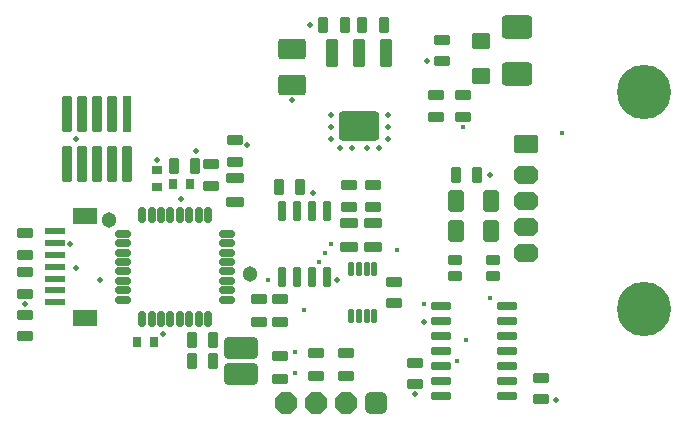
<source format=gts>
G04 Layer_Color=8388736*
%FSLAX25Y25*%
%MOIN*%
G70*
G01*
G75*
G04:AMPARAMS|DCode=43|XSize=53.21mil|YSize=31.56mil|CornerRadius=4.76mil|HoleSize=0mil|Usage=FLASHONLY|Rotation=180.000|XOffset=0mil|YOffset=0mil|HoleType=Round|Shape=RoundedRectangle|*
%AMROUNDEDRECTD43*
21,1,0.05321,0.02205,0,0,180.0*
21,1,0.04370,0.03156,0,0,180.0*
1,1,0.00951,-0.02185,0.01102*
1,1,0.00951,0.02185,0.01102*
1,1,0.00951,0.02185,-0.01102*
1,1,0.00951,-0.02185,-0.01102*
%
%ADD43ROUNDEDRECTD43*%
G04:AMPARAMS|DCode=44|XSize=59.12mil|YSize=55.18mil|CornerRadius=7.12mil|HoleSize=0mil|Usage=FLASHONLY|Rotation=0.000|XOffset=0mil|YOffset=0mil|HoleType=Round|Shape=RoundedRectangle|*
%AMROUNDEDRECTD44*
21,1,0.05912,0.04095,0,0,0.0*
21,1,0.04488,0.05518,0,0,0.0*
1,1,0.01424,0.02244,-0.02047*
1,1,0.01424,-0.02244,-0.02047*
1,1,0.01424,-0.02244,0.02047*
1,1,0.01424,0.02244,0.02047*
%
%ADD44ROUNDEDRECTD44*%
G04:AMPARAMS|DCode=45|XSize=53.21mil|YSize=35.5mil|CornerRadius=5.15mil|HoleSize=0mil|Usage=FLASHONLY|Rotation=180.000|XOffset=0mil|YOffset=0mil|HoleType=Round|Shape=RoundedRectangle|*
%AMROUNDEDRECTD45*
21,1,0.05321,0.02520,0,0,180.0*
21,1,0.04291,0.03550,0,0,180.0*
1,1,0.01030,-0.02146,0.01260*
1,1,0.01030,0.02146,0.01260*
1,1,0.01030,0.02146,-0.01260*
1,1,0.01030,-0.02146,-0.01260*
%
%ADD45ROUNDEDRECTD45*%
%ADD46R,0.03156X0.12211*%
G04:AMPARAMS|DCode=47|XSize=31.56mil|YSize=122.11mil|CornerRadius=6.13mil|HoleSize=0mil|Usage=FLASHONLY|Rotation=180.000|XOffset=0mil|YOffset=0mil|HoleType=Round|Shape=RoundedRectangle|*
%AMROUNDEDRECTD47*
21,1,0.03156,0.10984,0,0,180.0*
21,1,0.01929,0.12211,0,0,180.0*
1,1,0.01227,-0.00965,0.05492*
1,1,0.01227,0.00965,0.05492*
1,1,0.01227,0.00965,-0.05492*
1,1,0.01227,-0.00965,-0.05492*
%
%ADD47ROUNDEDRECTD47*%
G04:AMPARAMS|DCode=48|XSize=41.4mil|YSize=90.61mil|CornerRadius=5.74mil|HoleSize=0mil|Usage=FLASHONLY|Rotation=0.000|XOffset=0mil|YOffset=0mil|HoleType=Round|Shape=RoundedRectangle|*
%AMROUNDEDRECTD48*
21,1,0.04140,0.07913,0,0,0.0*
21,1,0.02992,0.09061,0,0,0.0*
1,1,0.01148,0.01496,-0.03957*
1,1,0.01148,-0.01496,-0.03957*
1,1,0.01148,-0.01496,0.03957*
1,1,0.01148,0.01496,0.03957*
%
%ADD48ROUNDEDRECTD48*%
G04:AMPARAMS|DCode=49|XSize=133.92mil|YSize=98.49mil|CornerRadius=11.45mil|HoleSize=0mil|Usage=FLASHONLY|Rotation=0.000|XOffset=0mil|YOffset=0mil|HoleType=Round|Shape=RoundedRectangle|*
%AMROUNDEDRECTD49*
21,1,0.13392,0.07559,0,0,0.0*
21,1,0.11102,0.09849,0,0,0.0*
1,1,0.02290,0.05551,-0.03780*
1,1,0.02290,-0.05551,-0.03780*
1,1,0.02290,-0.05551,0.03780*
1,1,0.02290,0.05551,0.03780*
%
%ADD49ROUNDEDRECTD49*%
G04:AMPARAMS|DCode=50|XSize=94.55mil|YSize=68.96mil|CornerRadius=11.74mil|HoleSize=0mil|Usage=FLASHONLY|Rotation=0.000|XOffset=0mil|YOffset=0mil|HoleType=Round|Shape=RoundedRectangle|*
%AMROUNDEDRECTD50*
21,1,0.09455,0.04547,0,0,0.0*
21,1,0.07106,0.06896,0,0,0.0*
1,1,0.02349,0.03553,-0.02274*
1,1,0.02349,-0.03553,-0.02274*
1,1,0.02349,-0.03553,0.02274*
1,1,0.02349,0.03553,0.02274*
%
%ADD50ROUNDEDRECTD50*%
G04:AMPARAMS|DCode=51|XSize=53.21mil|YSize=31.56mil|CornerRadius=4.76mil|HoleSize=0mil|Usage=FLASHONLY|Rotation=90.000|XOffset=0mil|YOffset=0mil|HoleType=Round|Shape=RoundedRectangle|*
%AMROUNDEDRECTD51*
21,1,0.05321,0.02205,0,0,90.0*
21,1,0.04370,0.03156,0,0,90.0*
1,1,0.00951,0.01102,0.02185*
1,1,0.00951,0.01102,-0.02185*
1,1,0.00951,-0.01102,-0.02185*
1,1,0.00951,-0.01102,0.02185*
%
%ADD51ROUNDEDRECTD51*%
G04:AMPARAMS|DCode=52|XSize=78.8mil|YSize=102.43mil|CornerRadius=13.22mil|HoleSize=0mil|Usage=FLASHONLY|Rotation=270.000|XOffset=0mil|YOffset=0mil|HoleType=Round|Shape=RoundedRectangle|*
%AMROUNDEDRECTD52*
21,1,0.07880,0.07598,0,0,270.0*
21,1,0.05236,0.10243,0,0,270.0*
1,1,0.02644,-0.03799,-0.02618*
1,1,0.02644,-0.03799,0.02618*
1,1,0.02644,0.03799,0.02618*
1,1,0.02644,0.03799,-0.02618*
%
%ADD52ROUNDEDRECTD52*%
G04:AMPARAMS|DCode=53|XSize=23.68mil|YSize=55.18mil|CornerRadius=6.92mil|HoleSize=0mil|Usage=FLASHONLY|Rotation=0.000|XOffset=0mil|YOffset=0mil|HoleType=Round|Shape=RoundedRectangle|*
%AMROUNDEDRECTD53*
21,1,0.02368,0.04134,0,0,0.0*
21,1,0.00984,0.05518,0,0,0.0*
1,1,0.01384,0.00492,-0.02067*
1,1,0.01384,-0.00492,-0.02067*
1,1,0.01384,-0.00492,0.02067*
1,1,0.01384,0.00492,0.02067*
%
%ADD53ROUNDEDRECTD53*%
G04:AMPARAMS|DCode=54|XSize=23.68mil|YSize=55.18mil|CornerRadius=6.92mil|HoleSize=0mil|Usage=FLASHONLY|Rotation=90.000|XOffset=0mil|YOffset=0mil|HoleType=Round|Shape=RoundedRectangle|*
%AMROUNDEDRECTD54*
21,1,0.02368,0.04134,0,0,90.0*
21,1,0.00984,0.05518,0,0,90.0*
1,1,0.01384,0.02067,0.00492*
1,1,0.01384,0.02067,-0.00492*
1,1,0.01384,-0.02067,-0.00492*
1,1,0.01384,-0.02067,0.00492*
%
%ADD54ROUNDEDRECTD54*%
G04:AMPARAMS|DCode=55|XSize=53.21mil|YSize=35.5mil|CornerRadius=5.15mil|HoleSize=0mil|Usage=FLASHONLY|Rotation=270.000|XOffset=0mil|YOffset=0mil|HoleType=Round|Shape=RoundedRectangle|*
%AMROUNDEDRECTD55*
21,1,0.05321,0.02520,0,0,270.0*
21,1,0.04291,0.03550,0,0,270.0*
1,1,0.01030,-0.01260,-0.02146*
1,1,0.01030,-0.01260,0.02146*
1,1,0.01030,0.01260,0.02146*
1,1,0.01030,0.01260,-0.02146*
%
%ADD55ROUNDEDRECTD55*%
G04:AMPARAMS|DCode=56|XSize=110.3mil|YSize=70.93mil|CornerRadius=8.69mil|HoleSize=0mil|Usage=FLASHONLY|Rotation=0.000|XOffset=0mil|YOffset=0mil|HoleType=Round|Shape=RoundedRectangle|*
%AMROUNDEDRECTD56*
21,1,0.11030,0.05354,0,0,0.0*
21,1,0.09291,0.07093,0,0,0.0*
1,1,0.01739,0.04646,-0.02677*
1,1,0.01739,-0.04646,-0.02677*
1,1,0.01739,-0.04646,0.02677*
1,1,0.01739,0.04646,0.02677*
%
%ADD56ROUNDEDRECTD56*%
G04:AMPARAMS|DCode=57|XSize=35.5mil|YSize=29.59mil|CornerRadius=8.4mil|HoleSize=0mil|Usage=FLASHONLY|Rotation=0.000|XOffset=0mil|YOffset=0mil|HoleType=Round|Shape=RoundedRectangle|*
%AMROUNDEDRECTD57*
21,1,0.03550,0.01279,0,0,0.0*
21,1,0.01870,0.02959,0,0,0.0*
1,1,0.01680,0.00935,-0.00640*
1,1,0.01680,-0.00935,-0.00640*
1,1,0.01680,-0.00935,0.00640*
1,1,0.01680,0.00935,0.00640*
%
%ADD57ROUNDEDRECTD57*%
G04:AMPARAMS|DCode=58|XSize=27.62mil|YSize=66.99mil|CornerRadius=4.36mil|HoleSize=0mil|Usage=FLASHONLY|Rotation=180.000|XOffset=0mil|YOffset=0mil|HoleType=Round|Shape=RoundedRectangle|*
%AMROUNDEDRECTD58*
21,1,0.02762,0.05827,0,0,180.0*
21,1,0.01890,0.06699,0,0,180.0*
1,1,0.00872,-0.00945,0.02913*
1,1,0.00872,0.00945,0.02913*
1,1,0.00872,0.00945,-0.02913*
1,1,0.00872,-0.00945,-0.02913*
%
%ADD58ROUNDEDRECTD58*%
G04:AMPARAMS|DCode=59|XSize=35.5mil|YSize=29.59mil|CornerRadius=8.4mil|HoleSize=0mil|Usage=FLASHONLY|Rotation=270.000|XOffset=0mil|YOffset=0mil|HoleType=Round|Shape=RoundedRectangle|*
%AMROUNDEDRECTD59*
21,1,0.03550,0.01279,0,0,270.0*
21,1,0.01870,0.02959,0,0,270.0*
1,1,0.01680,-0.00640,-0.00935*
1,1,0.01680,-0.00640,0.00935*
1,1,0.01680,0.00640,0.00935*
1,1,0.01680,0.00640,-0.00935*
%
%ADD59ROUNDEDRECTD59*%
G04:AMPARAMS|DCode=60|XSize=59.12mil|YSize=35.5mil|CornerRadius=5.15mil|HoleSize=0mil|Usage=FLASHONLY|Rotation=0.000|XOffset=0mil|YOffset=0mil|HoleType=Round|Shape=RoundedRectangle|*
%AMROUNDEDRECTD60*
21,1,0.05912,0.02520,0,0,0.0*
21,1,0.04882,0.03550,0,0,0.0*
1,1,0.01030,0.02441,-0.01260*
1,1,0.01030,-0.02441,-0.01260*
1,1,0.01030,-0.02441,0.01260*
1,1,0.01030,0.02441,0.01260*
%
%ADD60ROUNDEDRECTD60*%
%ADD61R,0.06699X0.02368*%
%ADD62R,0.07880X0.05518*%
G04:AMPARAMS|DCode=63|XSize=19.75mil|YSize=43.37mil|CornerRadius=4.36mil|HoleSize=0mil|Usage=FLASHONLY|Rotation=0.000|XOffset=0mil|YOffset=0mil|HoleType=Round|Shape=RoundedRectangle|*
%AMROUNDEDRECTD63*
21,1,0.01975,0.03465,0,0,0.0*
21,1,0.01102,0.04337,0,0,0.0*
1,1,0.00872,0.00551,-0.01732*
1,1,0.00872,-0.00551,-0.01732*
1,1,0.00872,-0.00551,0.01732*
1,1,0.00872,0.00551,0.01732*
%
%ADD63ROUNDEDRECTD63*%
G04:AMPARAMS|DCode=64|XSize=27.62mil|YSize=66.99mil|CornerRadius=4.36mil|HoleSize=0mil|Usage=FLASHONLY|Rotation=90.000|XOffset=0mil|YOffset=0mil|HoleType=Round|Shape=RoundedRectangle|*
%AMROUNDEDRECTD64*
21,1,0.02762,0.05827,0,0,90.0*
21,1,0.01890,0.06699,0,0,90.0*
1,1,0.00872,0.02913,0.00945*
1,1,0.00872,0.02913,-0.00945*
1,1,0.00872,-0.02913,-0.00945*
1,1,0.00872,-0.02913,0.00945*
%
%ADD64ROUNDEDRECTD64*%
G04:AMPARAMS|DCode=65|XSize=47.31mil|YSize=35.5mil|CornerRadius=6.72mil|HoleSize=0mil|Usage=FLASHONLY|Rotation=180.000|XOffset=0mil|YOffset=0mil|HoleType=Round|Shape=RoundedRectangle|*
%AMROUNDEDRECTD65*
21,1,0.04731,0.02205,0,0,180.0*
21,1,0.03386,0.03550,0,0,180.0*
1,1,0.01345,-0.01693,0.01102*
1,1,0.01345,0.01693,0.01102*
1,1,0.01345,0.01693,-0.01102*
1,1,0.01345,-0.01693,-0.01102*
%
%ADD65ROUNDEDRECTD65*%
G04:AMPARAMS|DCode=66|XSize=70.93mil|YSize=51.24mil|CornerRadius=6.72mil|HoleSize=0mil|Usage=FLASHONLY|Rotation=90.000|XOffset=0mil|YOffset=0mil|HoleType=Round|Shape=RoundedRectangle|*
%AMROUNDEDRECTD66*
21,1,0.07093,0.03780,0,0,90.0*
21,1,0.05748,0.05124,0,0,90.0*
1,1,0.01345,0.01890,0.02874*
1,1,0.01345,0.01890,-0.02874*
1,1,0.01345,-0.01890,-0.02874*
1,1,0.01345,-0.01890,0.02874*
%
%ADD66ROUNDEDRECTD66*%
%ADD67C,0.05124*%
G04:AMPARAMS|DCode=68|XSize=59.12mil|YSize=82.74mil|CornerRadius=0mil|HoleSize=0mil|Usage=FLASHONLY|Rotation=90.000|XOffset=0mil|YOffset=0mil|HoleType=Round|Shape=Octagon|*
%AMOCTAGOND68*
4,1,8,-0.04137,-0.01478,-0.04137,0.01478,-0.02659,0.02956,0.02659,0.02956,0.04137,0.01478,0.04137,-0.01478,0.02659,-0.02956,-0.02659,-0.02956,-0.04137,-0.01478,0.0*
%
%ADD68OCTAGOND68*%

%ADD69C,0.18116*%
G04:AMPARAMS|DCode=70|XSize=59.12mil|YSize=82.74mil|CornerRadius=7.51mil|HoleSize=0mil|Usage=FLASHONLY|Rotation=90.000|XOffset=0mil|YOffset=0mil|HoleType=Round|Shape=RoundedRectangle|*
%AMROUNDEDRECTD70*
21,1,0.05912,0.06772,0,0,90.0*
21,1,0.04409,0.08274,0,0,90.0*
1,1,0.01502,0.03386,0.02205*
1,1,0.01502,0.03386,-0.02205*
1,1,0.01502,-0.03386,-0.02205*
1,1,0.01502,-0.03386,0.02205*
%
%ADD70ROUNDEDRECTD70*%
%ADD71P,0.08103X8X202.5*%
G04:AMPARAMS|DCode=72|XSize=74.87mil|YSize=74.87mil|CornerRadius=19.72mil|HoleSize=0mil|Usage=FLASHONLY|Rotation=180.000|XOffset=0mil|YOffset=0mil|HoleType=Round|Shape=RoundedRectangle|*
%AMROUNDEDRECTD72*
21,1,0.07487,0.03543,0,0,180.0*
21,1,0.03543,0.07487,0,0,180.0*
1,1,0.03943,-0.01772,0.01772*
1,1,0.03943,0.01772,0.01772*
1,1,0.03943,0.01772,-0.01772*
1,1,0.03943,-0.01772,-0.01772*
%
%ADD72ROUNDEDRECTD72*%
%ADD73C,0.00400*%
%ADD74C,0.01600*%
%ADD75C,0.01975*%
D43*
X75000Y86323D02*
D03*
Y93803D02*
D03*
X150000Y109323D02*
D03*
Y116803D02*
D03*
X13000Y63323D02*
D03*
Y70803D02*
D03*
Y50323D02*
D03*
Y57803D02*
D03*
X91000Y48740D02*
D03*
Y41260D02*
D03*
X98000Y48740D02*
D03*
Y41260D02*
D03*
X120000Y23260D02*
D03*
Y30740D02*
D03*
X110000Y23260D02*
D03*
Y30740D02*
D03*
X83000Y101803D02*
D03*
Y94323D02*
D03*
X129000Y79323D02*
D03*
Y86803D02*
D03*
X121000Y79323D02*
D03*
Y86803D02*
D03*
X98000Y29740D02*
D03*
Y22260D02*
D03*
X159000Y116803D02*
D03*
Y109323D02*
D03*
D44*
X165000Y123158D02*
D03*
Y134968D02*
D03*
D45*
X151870Y128020D02*
D03*
Y135106D02*
D03*
X13000Y43606D02*
D03*
Y36520D02*
D03*
X136000Y54606D02*
D03*
Y47520D02*
D03*
X143000Y20457D02*
D03*
Y27543D02*
D03*
X185000Y15520D02*
D03*
Y22606D02*
D03*
D46*
X46960Y110331D02*
D03*
D47*
Y93795D02*
D03*
X41960Y110331D02*
D03*
Y93795D02*
D03*
X36960Y110331D02*
D03*
X31960D02*
D03*
X26960D02*
D03*
X36960Y93795D02*
D03*
X31960D02*
D03*
X26960D02*
D03*
D48*
X133425Y130768D02*
D03*
X124370D02*
D03*
X115315D02*
D03*
D49*
X124370Y106358D02*
D03*
D50*
X101870Y120059D02*
D03*
Y132067D02*
D03*
D51*
X125260Y140063D02*
D03*
X132740D02*
D03*
X112260D02*
D03*
X119740D02*
D03*
D52*
X176870Y139437D02*
D03*
Y123689D02*
D03*
D53*
X51976Y76886D02*
D03*
X55126D02*
D03*
X58276D02*
D03*
X61425D02*
D03*
X64575D02*
D03*
X67724D02*
D03*
X70874D02*
D03*
X74024D02*
D03*
Y42240D02*
D03*
X70874D02*
D03*
X67724D02*
D03*
X64575D02*
D03*
X61425D02*
D03*
X58276D02*
D03*
X55126D02*
D03*
X51976D02*
D03*
D54*
X80323Y70587D02*
D03*
Y67437D02*
D03*
Y64287D02*
D03*
Y61138D02*
D03*
Y57988D02*
D03*
Y54839D02*
D03*
Y51689D02*
D03*
Y48539D02*
D03*
X45677D02*
D03*
Y51689D02*
D03*
Y54839D02*
D03*
Y57988D02*
D03*
Y61138D02*
D03*
Y64287D02*
D03*
Y67437D02*
D03*
Y70587D02*
D03*
D55*
X75543Y28000D02*
D03*
X68457D02*
D03*
X75543Y35000D02*
D03*
X68457D02*
D03*
X104543Y86063D02*
D03*
X97457D02*
D03*
X69543Y93063D02*
D03*
X62457D02*
D03*
X163543Y90000D02*
D03*
X156457D02*
D03*
D56*
X85000Y23669D02*
D03*
Y32331D02*
D03*
D57*
X57000Y86209D02*
D03*
Y91917D02*
D03*
D58*
X98500Y56039D02*
D03*
X103500D02*
D03*
X108500D02*
D03*
X113500D02*
D03*
X98500Y78087D02*
D03*
X103500D02*
D03*
X108500D02*
D03*
X113500D02*
D03*
D59*
X50146Y34563D02*
D03*
X55854D02*
D03*
X62146Y87063D02*
D03*
X67854D02*
D03*
D60*
X83000Y81126D02*
D03*
Y89000D02*
D03*
X129000Y74000D02*
D03*
Y66126D02*
D03*
X121000Y74000D02*
D03*
Y66126D02*
D03*
D61*
X22882Y55626D02*
D03*
Y63500D02*
D03*
Y71374D02*
D03*
Y67437D02*
D03*
Y59563D02*
D03*
Y51689D02*
D03*
Y47752D02*
D03*
D62*
X32970Y42634D02*
D03*
Y76492D02*
D03*
D63*
X121661Y43189D02*
D03*
X124221D02*
D03*
X126779D02*
D03*
X129339D02*
D03*
X121661Y58937D02*
D03*
X124221D02*
D03*
X126779D02*
D03*
X129339D02*
D03*
D64*
X173524Y16563D02*
D03*
Y21563D02*
D03*
Y26563D02*
D03*
Y31563D02*
D03*
Y36563D02*
D03*
Y41563D02*
D03*
Y46563D02*
D03*
X151476Y16563D02*
D03*
Y21563D02*
D03*
Y26563D02*
D03*
Y31563D02*
D03*
Y36563D02*
D03*
Y41563D02*
D03*
Y46563D02*
D03*
D65*
X168799Y56307D02*
D03*
X156201D02*
D03*
Y61819D02*
D03*
X168799D02*
D03*
D66*
X156595Y71563D02*
D03*
X168405D02*
D03*
X156595Y81563D02*
D03*
X168405D02*
D03*
D67*
X41000Y75000D02*
D03*
X88000Y57000D02*
D03*
D68*
X180000Y64240D02*
D03*
Y72902D02*
D03*
Y81563D02*
D03*
Y90224D02*
D03*
D69*
X219370Y45342D02*
D03*
Y117783D02*
D03*
D70*
X180000Y100461D02*
D03*
D71*
X100000Y14000D02*
D03*
X120000D02*
D03*
X110000D02*
D03*
D72*
X130000D02*
D03*
D73*
X15748Y15748D02*
D03*
X220472Y141732D02*
D03*
X15748D02*
D03*
X220472Y15748D02*
D03*
D74*
X103000Y31000D02*
D03*
Y24000D02*
D03*
X94000Y55000D02*
D03*
X106000Y45000D02*
D03*
X157000Y28000D02*
D03*
X168000Y49000D02*
D03*
X146000Y47000D02*
D03*
X160000Y35000D02*
D03*
X137000Y65000D02*
D03*
X111000Y61000D02*
D03*
X113000Y64000D02*
D03*
X115000Y67000D02*
D03*
X159000Y106000D02*
D03*
X192000Y104000D02*
D03*
D75*
X87000Y100000D02*
D03*
X102000Y115000D02*
D03*
X127000Y99000D02*
D03*
X122000D02*
D03*
X118000D02*
D03*
X131000D02*
D03*
X134000Y102000D02*
D03*
Y106000D02*
D03*
Y110000D02*
D03*
X115000Y102000D02*
D03*
Y106000D02*
D03*
Y110000D02*
D03*
X59000Y37000D02*
D03*
X143000Y17000D02*
D03*
X168000Y90000D02*
D03*
X146000Y41000D02*
D03*
X117000Y55000D02*
D03*
X109000Y84000D02*
D03*
X190000Y15000D02*
D03*
X147000Y128063D02*
D03*
X108000Y140063D02*
D03*
X13000Y47063D02*
D03*
X28000Y67063D02*
D03*
X30000Y102063D02*
D03*
X65000Y82063D02*
D03*
X57000Y95063D02*
D03*
X70000Y98063D02*
D03*
X30000Y59063D02*
D03*
X38000Y55063D02*
D03*
M02*

</source>
